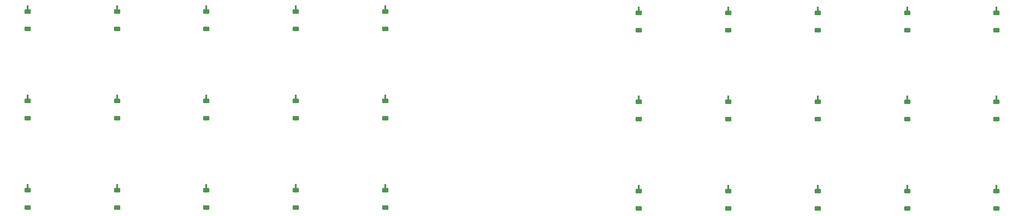
<source format=gbp>
%TF.GenerationSoftware,KiCad,Pcbnew,7.0.2*%
%TF.CreationDate,2023-06-15T14:07:21-05:00*%
%TF.ProjectId,Capsule,43617073-756c-4652-9e6b-696361645f70,1.0*%
%TF.SameCoordinates,Original*%
%TF.FileFunction,Paste,Bot*%
%TF.FilePolarity,Positive*%
%FSLAX46Y46*%
G04 Gerber Fmt 4.6, Leading zero omitted, Abs format (unit mm)*
G04 Created by KiCad (PCBNEW 7.0.2) date 2023-06-15 14:07:21*
%MOMM*%
%LPD*%
G01*
G04 APERTURE LIST*
G04 Aperture macros list*
%AMRoundRect*
0 Rectangle with rounded corners*
0 $1 Rounding radius*
0 $2 $3 $4 $5 $6 $7 $8 $9 X,Y pos of 4 corners*
0 Add a 4 corners polygon primitive as box body*
4,1,4,$2,$3,$4,$5,$6,$7,$8,$9,$2,$3,0*
0 Add four circle primitives for the rounded corners*
1,1,$1+$1,$2,$3*
1,1,$1+$1,$4,$5*
1,1,$1+$1,$6,$7*
1,1,$1+$1,$8,$9*
0 Add four rect primitives between the rounded corners*
20,1,$1+$1,$2,$3,$4,$5,0*
20,1,$1+$1,$4,$5,$6,$7,0*
20,1,$1+$1,$6,$7,$8,$9,0*
20,1,$1+$1,$8,$9,$2,$3,0*%
G04 Aperture macros list end*
%ADD10R,0.300000X1.275000*%
%ADD11RoundRect,0.225000X-0.375000X0.225000X-0.375000X-0.225000X0.375000X-0.225000X0.375000X0.225000X0*%
G04 APERTURE END LIST*
D10*
%TO.C,D19*%
X203200000Y-40162500D03*
D11*
X203200000Y-40750000D03*
X203200000Y-44050000D03*
%TD*%
D10*
%TO.C,D15*%
X104000000Y-39962500D03*
D11*
X104000000Y-40550000D03*
X104000000Y-43850000D03*
%TD*%
D10*
%TO.C,D13*%
X70000000Y-39962500D03*
D11*
X70000000Y-40550000D03*
X70000000Y-43850000D03*
%TD*%
D10*
%TO.C,D22*%
X53000000Y-56962500D03*
D11*
X53000000Y-57550000D03*
X53000000Y-60850000D03*
%TD*%
D10*
%TO.C,D27*%
X169200000Y-57162500D03*
D11*
X169200000Y-57750000D03*
X169200000Y-61050000D03*
%TD*%
D10*
%TO.C,D16*%
X152200000Y-40162500D03*
D11*
X152200000Y-40750000D03*
X152200000Y-44050000D03*
%TD*%
D10*
%TO.C,D6*%
X152200000Y-23162500D03*
D11*
X152200000Y-23750000D03*
X152200000Y-27050000D03*
%TD*%
D10*
%TO.C,D11*%
X36000000Y-39962500D03*
D11*
X36000000Y-40550000D03*
X36000000Y-43850000D03*
%TD*%
D10*
%TO.C,D26*%
X152200000Y-57162500D03*
D11*
X152200000Y-57750000D03*
X152200000Y-61050000D03*
%TD*%
D10*
%TO.C,D23*%
X70000000Y-56962500D03*
D11*
X70000000Y-57550000D03*
X70000000Y-60850000D03*
%TD*%
D10*
%TO.C,D12*%
X53000000Y-39962500D03*
D11*
X53000000Y-40550000D03*
X53000000Y-43850000D03*
%TD*%
D10*
%TO.C,D2*%
X53000000Y-22962500D03*
D11*
X53000000Y-23550000D03*
X53000000Y-26850000D03*
%TD*%
D10*
%TO.C,D17*%
X169200000Y-40162500D03*
D11*
X169200000Y-40750000D03*
X169200000Y-44050000D03*
%TD*%
D10*
%TO.C,D3*%
X70000000Y-22962500D03*
D11*
X70000000Y-23550000D03*
X70000000Y-26850000D03*
%TD*%
D10*
%TO.C,D29*%
X203200000Y-57162500D03*
D11*
X203200000Y-57750000D03*
X203200000Y-61050000D03*
%TD*%
D10*
%TO.C,D20*%
X220200000Y-40162500D03*
D11*
X220200000Y-40750000D03*
X220200000Y-44050000D03*
%TD*%
D10*
%TO.C,D18*%
X186200000Y-40162500D03*
D11*
X186200000Y-40750000D03*
X186200000Y-44050000D03*
%TD*%
D10*
%TO.C,D14*%
X87000000Y-39962500D03*
D11*
X87000000Y-40550000D03*
X87000000Y-43850000D03*
%TD*%
D10*
%TO.C,D5*%
X104000000Y-22962500D03*
D11*
X104000000Y-23550000D03*
X104000000Y-26850000D03*
%TD*%
D10*
%TO.C,D1*%
X36000000Y-22962500D03*
D11*
X36000000Y-23550000D03*
X36000000Y-26850000D03*
%TD*%
D10*
%TO.C,D30*%
X220200000Y-57162500D03*
D11*
X220200000Y-57750000D03*
X220200000Y-61050000D03*
%TD*%
D10*
%TO.C,D21*%
X36000000Y-56962500D03*
D11*
X36000000Y-57550000D03*
X36000000Y-60850000D03*
%TD*%
D10*
%TO.C,D25*%
X104000000Y-56962500D03*
D11*
X104000000Y-57550000D03*
X104000000Y-60850000D03*
%TD*%
D10*
%TO.C,D8*%
X186200000Y-23162500D03*
D11*
X186200000Y-23750000D03*
X186200000Y-27050000D03*
%TD*%
D10*
%TO.C,D28*%
X186200000Y-57162500D03*
D11*
X186200000Y-57750000D03*
X186200000Y-61050000D03*
%TD*%
D10*
%TO.C,D24*%
X87000000Y-56962500D03*
D11*
X87000000Y-57550000D03*
X87000000Y-60850000D03*
%TD*%
D10*
%TO.C,D7*%
X169200000Y-23162500D03*
D11*
X169200000Y-23750000D03*
X169200000Y-27050000D03*
%TD*%
D10*
%TO.C,D10*%
X220200000Y-23162500D03*
D11*
X220200000Y-23750000D03*
X220200000Y-27050000D03*
%TD*%
D10*
%TO.C,D9*%
X203200000Y-23162500D03*
D11*
X203200000Y-23750000D03*
X203200000Y-27050000D03*
%TD*%
D10*
%TO.C,D4*%
X87000000Y-22962500D03*
D11*
X87000000Y-23550000D03*
X87000000Y-26850000D03*
%TD*%
M02*

</source>
